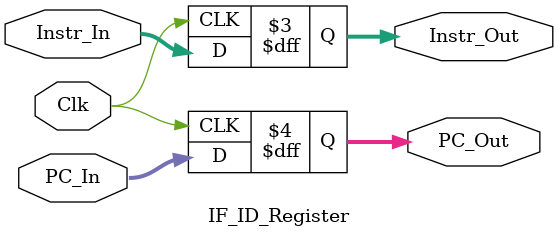
<source format=v>
`timescale 1ns / 1ps

module IF_ID_Register(Instr_In, PC_In, Clk, PC_Out, Instr_Out);
       input [31:0]Instr_In;
       input [31:0]PC_In;
    
       input Clk;

  
       output reg [31:0]Instr_Out;
       output reg [31:0]PC_Out;
      
   initial begin         
       Instr_Out <= 0;
        PC_Out <= 0;
     
      end
  
       always@(posedge Clk)begin 
              Instr_Out <= Instr_In;
              PC_Out <= PC_In;
       end
   
endmodule

</source>
